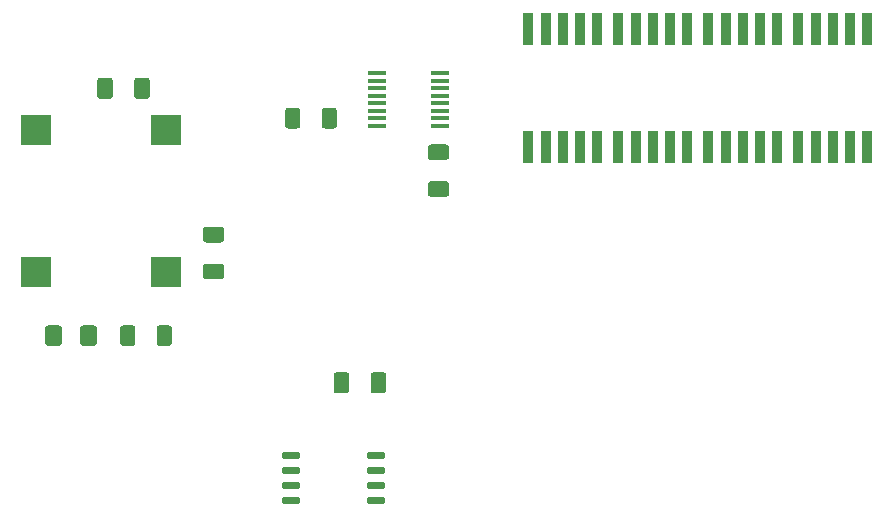
<source format=gbr>
%TF.GenerationSoftware,KiCad,Pcbnew,5.1.9+dfsg1-1*%
%TF.CreationDate,2021-01-26T21:22:31-06:00*%
%TF.ProjectId,fram-prototype,6672616d-2d70-4726-9f74-6f747970652e,1.0.0*%
%TF.SameCoordinates,Original*%
%TF.FileFunction,Paste,Top*%
%TF.FilePolarity,Positive*%
%FSLAX46Y46*%
G04 Gerber Fmt 4.6, Leading zero omitted, Abs format (unit mm)*
G04 Created by KiCad (PCBNEW 5.1.9+dfsg1-1) date 2021-01-26 21:22:31*
%MOMM*%
%LPD*%
G01*
G04 APERTURE LIST*
%ADD10R,2.500000X2.500000*%
%ADD11R,1.600000X0.410000*%
%ADD12R,0.900000X2.800000*%
G04 APERTURE END LIST*
D10*
%TO.C,PS1*%
X59905000Y-85375000D03*
X70905000Y-85375000D03*
X70905000Y-73375000D03*
X59905000Y-73375000D03*
%TD*%
%TO.C,R2*%
G36*
G01*
X85385000Y-71765000D02*
X85385000Y-73015000D01*
G75*
G02*
X85135000Y-73265000I-250000J0D01*
G01*
X84335000Y-73265000D01*
G75*
G02*
X84085000Y-73015000I0J250000D01*
G01*
X84085000Y-71765000D01*
G75*
G02*
X84335000Y-71515000I250000J0D01*
G01*
X85135000Y-71515000D01*
G75*
G02*
X85385000Y-71765000I0J-250000D01*
G01*
G37*
G36*
G01*
X82285000Y-71765000D02*
X82285000Y-73015000D01*
G75*
G02*
X82035000Y-73265000I-250000J0D01*
G01*
X81235000Y-73265000D01*
G75*
G02*
X80985000Y-73015000I0J250000D01*
G01*
X80985000Y-71765000D01*
G75*
G02*
X81235000Y-71515000I250000J0D01*
G01*
X82035000Y-71515000D01*
G75*
G02*
X82285000Y-71765000I0J-250000D01*
G01*
G37*
%TD*%
%TO.C,R1*%
G36*
G01*
X68315000Y-90180000D02*
X68315000Y-91430000D01*
G75*
G02*
X68065000Y-91680000I-250000J0D01*
G01*
X67265000Y-91680000D01*
G75*
G02*
X67015000Y-91430000I0J250000D01*
G01*
X67015000Y-90180000D01*
G75*
G02*
X67265000Y-89930000I250000J0D01*
G01*
X68065000Y-89930000D01*
G75*
G02*
X68315000Y-90180000I0J-250000D01*
G01*
G37*
G36*
G01*
X71415000Y-90180000D02*
X71415000Y-91430000D01*
G75*
G02*
X71165000Y-91680000I-250000J0D01*
G01*
X70365000Y-91680000D01*
G75*
G02*
X70115000Y-91430000I0J250000D01*
G01*
X70115000Y-90180000D01*
G75*
G02*
X70365000Y-89930000I250000J0D01*
G01*
X71165000Y-89930000D01*
G75*
G02*
X71415000Y-90180000I0J-250000D01*
G01*
G37*
%TD*%
%TO.C,D1*%
G36*
G01*
X63640000Y-91430000D02*
X63640000Y-90180000D01*
G75*
G02*
X63890000Y-89930000I250000J0D01*
G01*
X64815000Y-89930000D01*
G75*
G02*
X65065000Y-90180000I0J-250000D01*
G01*
X65065000Y-91430000D01*
G75*
G02*
X64815000Y-91680000I-250000J0D01*
G01*
X63890000Y-91680000D01*
G75*
G02*
X63640000Y-91430000I0J250000D01*
G01*
G37*
G36*
G01*
X60665000Y-91430000D02*
X60665000Y-90180000D01*
G75*
G02*
X60915000Y-89930000I250000J0D01*
G01*
X61840000Y-89930000D01*
G75*
G02*
X62090000Y-90180000I0J-250000D01*
G01*
X62090000Y-91430000D01*
G75*
G02*
X61840000Y-91680000I-250000J0D01*
G01*
X60915000Y-91680000D01*
G75*
G02*
X60665000Y-91430000I0J250000D01*
G01*
G37*
%TD*%
%TO.C,C4*%
G36*
G01*
X88225000Y-95440001D02*
X88225000Y-94139999D01*
G75*
G02*
X88474999Y-93890000I249999J0D01*
G01*
X89300001Y-93890000D01*
G75*
G02*
X89550000Y-94139999I0J-249999D01*
G01*
X89550000Y-95440001D01*
G75*
G02*
X89300001Y-95690000I-249999J0D01*
G01*
X88474999Y-95690000D01*
G75*
G02*
X88225000Y-95440001I0J249999D01*
G01*
G37*
G36*
G01*
X85100000Y-95440001D02*
X85100000Y-94139999D01*
G75*
G02*
X85349999Y-93890000I249999J0D01*
G01*
X86175001Y-93890000D01*
G75*
G02*
X86425000Y-94139999I0J-249999D01*
G01*
X86425000Y-95440001D01*
G75*
G02*
X86175001Y-95690000I-249999J0D01*
G01*
X85349999Y-95690000D01*
G75*
G02*
X85100000Y-95440001I0J249999D01*
G01*
G37*
%TD*%
%TO.C,C3*%
G36*
G01*
X93329999Y-77735000D02*
X94630001Y-77735000D01*
G75*
G02*
X94880000Y-77984999I0J-249999D01*
G01*
X94880000Y-78810001D01*
G75*
G02*
X94630001Y-79060000I-249999J0D01*
G01*
X93329999Y-79060000D01*
G75*
G02*
X93080000Y-78810001I0J249999D01*
G01*
X93080000Y-77984999D01*
G75*
G02*
X93329999Y-77735000I249999J0D01*
G01*
G37*
G36*
G01*
X93329999Y-74610000D02*
X94630001Y-74610000D01*
G75*
G02*
X94880000Y-74859999I0J-249999D01*
G01*
X94880000Y-75685001D01*
G75*
G02*
X94630001Y-75935000I-249999J0D01*
G01*
X93329999Y-75935000D01*
G75*
G02*
X93080000Y-75685001I0J249999D01*
G01*
X93080000Y-74859999D01*
G75*
G02*
X93329999Y-74610000I249999J0D01*
G01*
G37*
%TD*%
%TO.C,C2*%
G36*
G01*
X75580001Y-82920000D02*
X74279999Y-82920000D01*
G75*
G02*
X74030000Y-82670001I0J249999D01*
G01*
X74030000Y-81844999D01*
G75*
G02*
X74279999Y-81595000I249999J0D01*
G01*
X75580001Y-81595000D01*
G75*
G02*
X75830000Y-81844999I0J-249999D01*
G01*
X75830000Y-82670001D01*
G75*
G02*
X75580001Y-82920000I-249999J0D01*
G01*
G37*
G36*
G01*
X75580001Y-86045000D02*
X74279999Y-86045000D01*
G75*
G02*
X74030000Y-85795001I0J249999D01*
G01*
X74030000Y-84969999D01*
G75*
G02*
X74279999Y-84720000I249999J0D01*
G01*
X75580001Y-84720000D01*
G75*
G02*
X75830000Y-84969999I0J-249999D01*
G01*
X75830000Y-85795001D01*
G75*
G02*
X75580001Y-86045000I-249999J0D01*
G01*
G37*
%TD*%
%TO.C,C1*%
G36*
G01*
X68210000Y-70500001D02*
X68210000Y-69199999D01*
G75*
G02*
X68459999Y-68950000I249999J0D01*
G01*
X69285001Y-68950000D01*
G75*
G02*
X69535000Y-69199999I0J-249999D01*
G01*
X69535000Y-70500001D01*
G75*
G02*
X69285001Y-70750000I-249999J0D01*
G01*
X68459999Y-70750000D01*
G75*
G02*
X68210000Y-70500001I0J249999D01*
G01*
G37*
G36*
G01*
X65085000Y-70500001D02*
X65085000Y-69199999D01*
G75*
G02*
X65334999Y-68950000I249999J0D01*
G01*
X66160001Y-68950000D01*
G75*
G02*
X66410000Y-69199999I0J-249999D01*
G01*
X66410000Y-70500001D01*
G75*
G02*
X66160001Y-70750000I-249999J0D01*
G01*
X65334999Y-70750000D01*
G75*
G02*
X65085000Y-70500001I0J249999D01*
G01*
G37*
%TD*%
D11*
%TO.C,U3*%
X94094300Y-68580000D03*
X94094300Y-69215000D03*
X94094300Y-69850000D03*
X94094300Y-70485000D03*
X94094300Y-71120000D03*
X94094300Y-71755000D03*
X94094300Y-72390000D03*
X94094300Y-73025000D03*
X88785700Y-73025000D03*
X88785700Y-72390000D03*
X88785700Y-71755000D03*
X88785700Y-71120000D03*
X88785700Y-70485000D03*
X88785700Y-69850000D03*
X88785700Y-69215000D03*
X88785700Y-68580000D03*
%TD*%
%TO.C,U2*%
G36*
G01*
X87890000Y-101115000D02*
X87890000Y-100815000D01*
G75*
G02*
X88040000Y-100665000I150000J0D01*
G01*
X89340000Y-100665000D01*
G75*
G02*
X89490000Y-100815000I0J-150000D01*
G01*
X89490000Y-101115000D01*
G75*
G02*
X89340000Y-101265000I-150000J0D01*
G01*
X88040000Y-101265000D01*
G75*
G02*
X87890000Y-101115000I0J150000D01*
G01*
G37*
G36*
G01*
X87890000Y-102385000D02*
X87890000Y-102085000D01*
G75*
G02*
X88040000Y-101935000I150000J0D01*
G01*
X89340000Y-101935000D01*
G75*
G02*
X89490000Y-102085000I0J-150000D01*
G01*
X89490000Y-102385000D01*
G75*
G02*
X89340000Y-102535000I-150000J0D01*
G01*
X88040000Y-102535000D01*
G75*
G02*
X87890000Y-102385000I0J150000D01*
G01*
G37*
G36*
G01*
X87890000Y-103655000D02*
X87890000Y-103355000D01*
G75*
G02*
X88040000Y-103205000I150000J0D01*
G01*
X89340000Y-103205000D01*
G75*
G02*
X89490000Y-103355000I0J-150000D01*
G01*
X89490000Y-103655000D01*
G75*
G02*
X89340000Y-103805000I-150000J0D01*
G01*
X88040000Y-103805000D01*
G75*
G02*
X87890000Y-103655000I0J150000D01*
G01*
G37*
G36*
G01*
X87890000Y-104925000D02*
X87890000Y-104625000D01*
G75*
G02*
X88040000Y-104475000I150000J0D01*
G01*
X89340000Y-104475000D01*
G75*
G02*
X89490000Y-104625000I0J-150000D01*
G01*
X89490000Y-104925000D01*
G75*
G02*
X89340000Y-105075000I-150000J0D01*
G01*
X88040000Y-105075000D01*
G75*
G02*
X87890000Y-104925000I0J150000D01*
G01*
G37*
G36*
G01*
X80690000Y-104925000D02*
X80690000Y-104625000D01*
G75*
G02*
X80840000Y-104475000I150000J0D01*
G01*
X82140000Y-104475000D01*
G75*
G02*
X82290000Y-104625000I0J-150000D01*
G01*
X82290000Y-104925000D01*
G75*
G02*
X82140000Y-105075000I-150000J0D01*
G01*
X80840000Y-105075000D01*
G75*
G02*
X80690000Y-104925000I0J150000D01*
G01*
G37*
G36*
G01*
X80690000Y-103655000D02*
X80690000Y-103355000D01*
G75*
G02*
X80840000Y-103205000I150000J0D01*
G01*
X82140000Y-103205000D01*
G75*
G02*
X82290000Y-103355000I0J-150000D01*
G01*
X82290000Y-103655000D01*
G75*
G02*
X82140000Y-103805000I-150000J0D01*
G01*
X80840000Y-103805000D01*
G75*
G02*
X80690000Y-103655000I0J150000D01*
G01*
G37*
G36*
G01*
X80690000Y-102385000D02*
X80690000Y-102085000D01*
G75*
G02*
X80840000Y-101935000I150000J0D01*
G01*
X82140000Y-101935000D01*
G75*
G02*
X82290000Y-102085000I0J-150000D01*
G01*
X82290000Y-102385000D01*
G75*
G02*
X82140000Y-102535000I-150000J0D01*
G01*
X80840000Y-102535000D01*
G75*
G02*
X80690000Y-102385000I0J150000D01*
G01*
G37*
G36*
G01*
X80690000Y-101115000D02*
X80690000Y-100815000D01*
G75*
G02*
X80840000Y-100665000I150000J0D01*
G01*
X82140000Y-100665000D01*
G75*
G02*
X82290000Y-100815000I0J-150000D01*
G01*
X82290000Y-101115000D01*
G75*
G02*
X82140000Y-101265000I-150000J0D01*
G01*
X80840000Y-101265000D01*
G75*
G02*
X80690000Y-101115000I0J150000D01*
G01*
G37*
%TD*%
D12*
%TO.C,D5*%
X124460000Y-64850000D03*
X125900000Y-64850000D03*
X127340000Y-64850000D03*
X128780000Y-64850000D03*
X130220000Y-64850000D03*
X130220000Y-74850000D03*
X128780000Y-74850000D03*
X127340000Y-74850000D03*
X125900000Y-74850000D03*
X124460000Y-74850000D03*
%TD*%
%TO.C,D4*%
X116840000Y-64850000D03*
X118280000Y-64850000D03*
X119720000Y-64850000D03*
X121160000Y-64850000D03*
X122600000Y-64850000D03*
X122600000Y-74850000D03*
X121160000Y-74850000D03*
X119720000Y-74850000D03*
X118280000Y-74850000D03*
X116840000Y-74850000D03*
%TD*%
%TO.C,D3*%
X109220000Y-64850000D03*
X110660000Y-64850000D03*
X112100000Y-64850000D03*
X113540000Y-64850000D03*
X114980000Y-64850000D03*
X114980000Y-74850000D03*
X113540000Y-74850000D03*
X112100000Y-74850000D03*
X110660000Y-74850000D03*
X109220000Y-74850000D03*
%TD*%
%TO.C,D2*%
X101600000Y-64850000D03*
X103040000Y-64850000D03*
X104480000Y-64850000D03*
X105920000Y-64850000D03*
X107360000Y-64850000D03*
X107360000Y-74850000D03*
X105920000Y-74850000D03*
X104480000Y-74850000D03*
X103040000Y-74850000D03*
X101600000Y-74850000D03*
%TD*%
M02*

</source>
